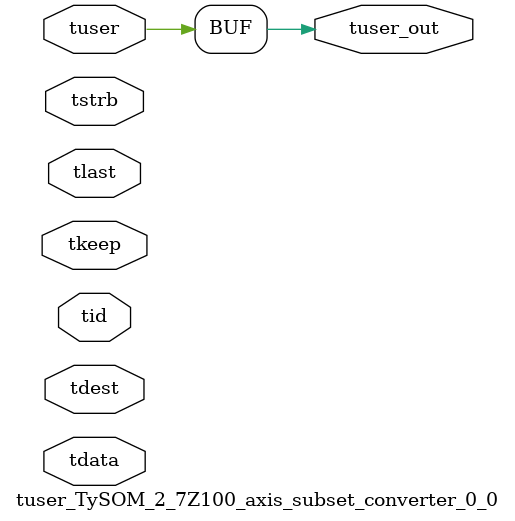
<source format=v>


`timescale 1ps/1ps

module tuser_TySOM_2_7Z100_axis_subset_converter_0_0 #
(
parameter C_S_AXIS_TUSER_WIDTH = 1,
parameter C_S_AXIS_TDATA_WIDTH = 32,
parameter C_S_AXIS_TID_WIDTH   = 0,
parameter C_S_AXIS_TDEST_WIDTH = 0,
parameter C_M_AXIS_TUSER_WIDTH = 1
)
(
input  [(C_S_AXIS_TUSER_WIDTH == 0 ? 1 : C_S_AXIS_TUSER_WIDTH)-1:0     ] tuser,
input  [(C_S_AXIS_TDATA_WIDTH == 0 ? 1 : C_S_AXIS_TDATA_WIDTH)-1:0     ] tdata,
input  [(C_S_AXIS_TID_WIDTH   == 0 ? 1 : C_S_AXIS_TID_WIDTH)-1:0       ] tid,
input  [(C_S_AXIS_TDEST_WIDTH == 0 ? 1 : C_S_AXIS_TDEST_WIDTH)-1:0     ] tdest,
input  [(C_S_AXIS_TDATA_WIDTH/8)-1:0 ] tkeep,
input  [(C_S_AXIS_TDATA_WIDTH/8)-1:0 ] tstrb,
input                                                                    tlast,
output [C_M_AXIS_TUSER_WIDTH-1:0] tuser_out
);

assign tuser_out = {tuser[0:0]};

endmodule


</source>
